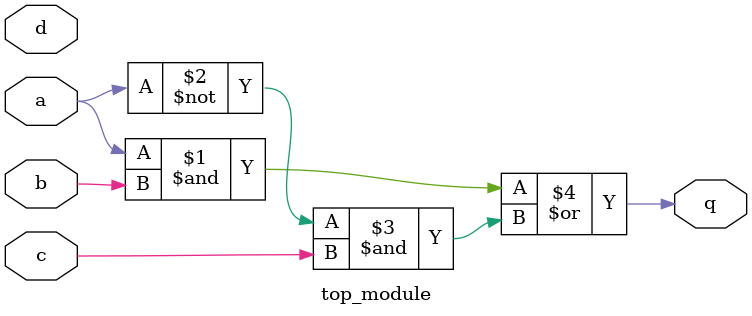
<source format=sv>
module top_module (
	input a, 
	input b, 
	input c, 
	input d,
	output q
);

assign q = (a & b) | ((~a) & c);

endmodule

</source>
